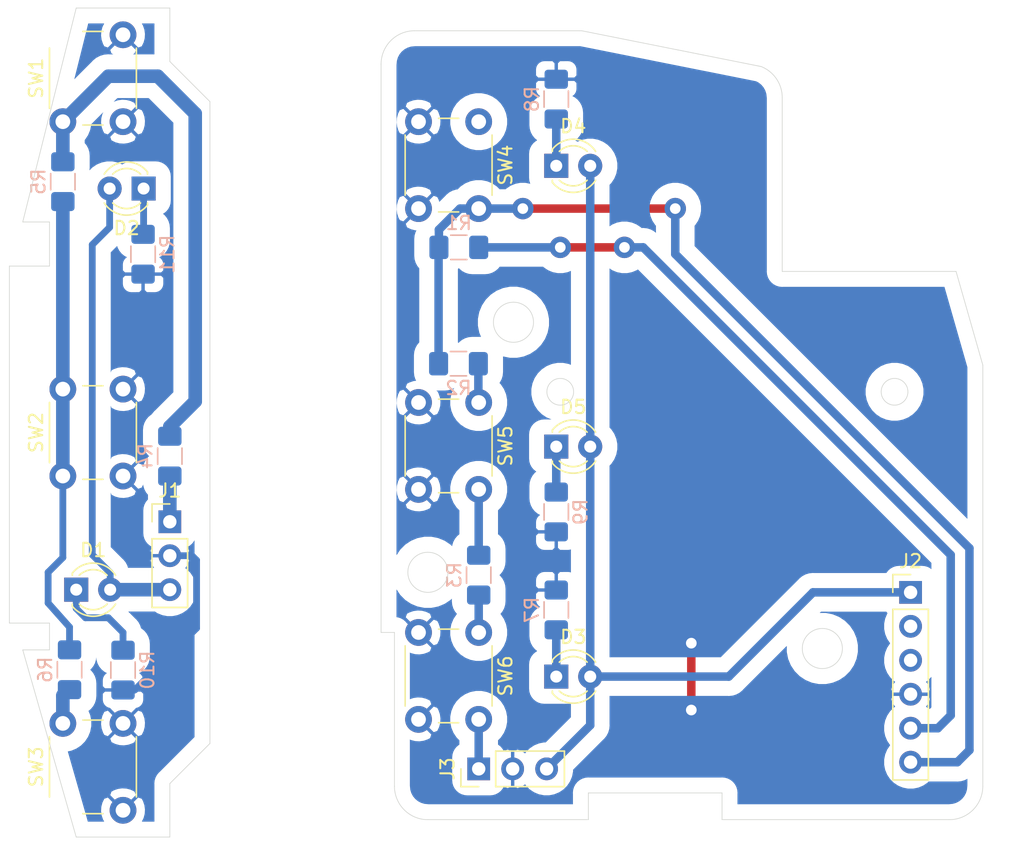
<source format=kicad_pcb>
(kicad_pcb (version 20221018) (generator pcbnew)
  (layers (0 "F.Cu" signal) (31 "B.Cu" signal) (34 "B.Paste" user) (35 "F.Paste" user) (36 "B.SilkS" user "B.Silkscreen") (37 "F.SilkS" user "F.Silkscreen") (38 "B.Mask" user) (39 "F.Mask" user) (44 "Edge.Cuts" user))
  (net 0 "")
  (net 1 "LIGHT_CONN")
  (net 2 "Net-(D1-Pad1)")
  (net 3 "Net-(D2-Pad1)")
  (net 4 "Net-(D3-Pad1)")
  (net 5 "Net-(D4-Pad1)")
  (net 6 "Net-(D5-Pad1)")
  (net 7 "GND")
  (net 8 "BTN_CONN")
  (net 9 "ANALOG_OUT")
  (net 10 "VCC")
  (net 11 "Net-(J2-Pad3)")
  (net 12 "Net-(J2-Pad2)")
  (net 13 "Net-(R2-Pad2)")
  (net 14 "Net-(R4-Pad1)")
  (net 15 "Net-(R5-Pad2)")
  (net 16 "Net-(R6-Pad2)")
  (footprint "LED_THT:LED_D3.0mm" (layer "F.Cu") (at 22.9 60.7)
    (fp_text reference "D1" (at 1.27 -2.96) (layer "F.SilkS"))
    (fp_text value "LED_Small")
    (fp_line (start -0.29 -1.236) (end -0.29 -1.08) (stroke (width 0.12)) (layer "F.SilkS"))
    (fp_line (start -0.29 1.08) (end -0.29 1.236) (stroke (width 0.12)) (layer "F.SilkS"))
    (fp_arc (start -0.29 -1.235516) (mid 1.366487 -1.987659) (end 2.942335 -1.078608) (stroke (width 0.12)) (layer "F.SilkS"))
    (fp_arc (start 0.229039 -1.08) (mid 1.270117 -1.5) (end 2.31113 -1.079837) (stroke (width 0.12)) (layer "F.SilkS"))
    (fp_arc (start 2.31113 1.079837) (mid 1.270117 1.5) (end 0.229039 1.08) (stroke (width 0.12)) (layer "F.SilkS"))
    (fp_arc (start 2.942335 1.078608) (mid 1.366487 1.987659) (end -0.29 1.235516) (stroke (width 0.12)) (layer "F.SilkS"))
    (pad "1" thru_hole rect (at 0 0) (size 1.8 1.8) (drill 0.9) (layers "*.Cu" "*.Mask") (net 2 "Net-(D1-Pad1)"))
    (pad "2" thru_hole circle (at 2.54 0) (size 1.8 1.8) (drill 0.9) (layers "*.Cu" "*.Mask") (net 1 "LIGHT_CONN"))
  )
  (footprint "LED_THT:LED_D3.0mm" (layer "F.Cu") (at 27.94 30.7 180)
    (fp_text reference "D2" (at 1.27 -2.96) (layer "F.SilkS"))
    (fp_text value "LED_Small")
    (fp_line (start -0.29 -1.236) (end -0.29 -1.08) (stroke (width 0.12)) (layer "F.SilkS"))
    (fp_line (start -0.29 1.08) (end -0.29 1.236) (stroke (width 0.12)) (layer "F.SilkS"))
    (fp_arc (start -0.29 -1.235516) (mid 1.366487 -1.987659) (end 2.942335 -1.078608) (stroke (width 0.12)) (layer "F.SilkS"))
    (fp_arc (start 0.229039 -1.08) (mid 1.270117 -1.5) (end 2.31113 -1.079837) (stroke (width 0.12)) (layer "F.SilkS"))
    (fp_arc (start 2.31113 1.079837) (mid 1.270117 1.5) (end 0.229039 1.08) (stroke (width 0.12)) (layer "F.SilkS"))
    (fp_arc (start 2.942335 1.078608) (mid 1.366487 1.987659) (end -0.29 1.235516) (stroke (width 0.12)) (layer "F.SilkS"))
    (pad "1" thru_hole rect (at 0 0 180) (size 1.8 1.8) (drill 0.9) (layers "*.Cu" "*.Mask") (net 3 "Net-(D2-Pad1)"))
    (pad "2" thru_hole circle (at 2.54 0 180) (size 1.8 1.8) (drill 0.9) (layers "*.Cu" "*.Mask") (net 1 "LIGHT_CONN"))
  )
  (footprint "LED_THT:LED_D3.0mm" (layer "F.Cu") (at 58.8 67.2)
    (fp_text reference "D3" (at 1.27 -2.96) (layer "F.SilkS"))
    (fp_text value "LED_Small")
    (fp_line (start -0.29 -1.236) (end -0.29 -1.08) (stroke (width 0.12)) (layer "F.SilkS"))
    (fp_line (start -0.29 1.08) (end -0.29 1.236) (stroke (width 0.12)) (layer "F.SilkS"))
    (fp_arc (start -0.29 -1.235516) (mid 1.366487 -1.987659) (end 2.942335 -1.078608) (stroke (width 0.12)) (layer "F.SilkS"))
    (fp_arc (start 0.229039 -1.08) (mid 1.270117 -1.5) (end 2.31113 -1.079837) (stroke (width 0.12)) (layer "F.SilkS"))
    (fp_arc (start 2.31113 1.079837) (mid 1.270117 1.5) (end 0.229039 1.08) (stroke (width 0.12)) (layer "F.SilkS"))
    (fp_arc (start 2.942335 1.078608) (mid 1.366487 1.987659) (end -0.29 1.235516) (stroke (width 0.12)) (layer "F.SilkS"))
    (pad "1" thru_hole rect (at 0 0) (size 1.8 1.8) (drill 0.9) (layers "*.Cu" "*.Mask") (net 4 "Net-(D3-Pad1)"))
    (pad "2" thru_hole circle (at 2.54 0) (size 1.8 1.8) (drill 0.9) (layers "*.Cu" "*.Mask") (net 1 "LIGHT_CONN"))
  )
  (footprint "LED_THT:LED_D3.0mm" (layer "F.Cu") (at 58.8 29)
    (fp_text reference "D4" (at 1.27 -2.96) (layer "F.SilkS"))
    (fp_text value "LED_Small")
    (fp_line (start -0.29 -1.236) (end -0.29 -1.08) (stroke (width 0.12)) (layer "F.SilkS"))
    (fp_line (start -0.29 1.08) (end -0.29 1.236) (stroke (width 0.12)) (layer "F.SilkS"))
    (fp_arc (start -0.29 -1.235516) (mid 1.366487 -1.987659) (end 2.942335 -1.078608) (stroke (width 0.12)) (layer "F.SilkS"))
    (fp_arc (start 0.229039 -1.08) (mid 1.270117 -1.5) (end 2.31113 -1.079837) (stroke (width 0.12)) (layer "F.SilkS"))
    (fp_arc (start 2.31113 1.079837) (mid 1.270117 1.5) (end 0.229039 1.08) (stroke (width 0.12)) (layer "F.SilkS"))
    (fp_arc (start 2.942335 1.078608) (mid 1.366487 1.987659) (end -0.29 1.235516) (stroke (width 0.12)) (layer "F.SilkS"))
    (pad "1" thru_hole rect (at 0 0) (size 1.8 1.8) (drill 0.9) (layers "*.Cu" "*.Mask") (net 5 "Net-(D4-Pad1)"))
    (pad "2" thru_hole circle (at 2.54 0) (size 1.8 1.8) (drill 0.9) (layers "*.Cu" "*.Mask") (net 1 "LIGHT_CONN"))
  )
  (footprint "LED_THT:LED_D3.0mm" (layer "F.Cu") (at 58.8 50)
    (fp_text reference "D5" (at 1.27 -2.96) (layer "F.SilkS"))
    (fp_text value "LED_Small")
    (fp_line (start -0.29 -1.236) (end -0.29 -1.08) (stroke (width 0.12)) (layer "F.SilkS"))
    (fp_line (start -0.29 1.08) (end -0.29 1.236) (stroke (width 0.12)) (layer "F.SilkS"))
    (fp_arc (start -0.29 -1.235516) (mid 1.366487 -1.987659) (end 2.942335 -1.078608) (stroke (width 0.12)) (layer "F.SilkS"))
    (fp_arc (start 0.229039 -1.08) (mid 1.270117 -1.5) (end 2.31113 -1.079837) (stroke (width 0.12)) (layer "F.SilkS"))
    (fp_arc (start 2.31113 1.079837) (mid 1.270117 1.5) (end 0.229039 1.08) (stroke (width 0.12)) (layer "F.SilkS"))
    (fp_arc (start 2.942335 1.078608) (mid 1.366487 1.987659) (end -0.29 1.235516) (stroke (width 0.12)) (layer "F.SilkS"))
    (pad "1" thru_hole rect (at 0 0) (size 1.8 1.8) (drill 0.9) (layers "*.Cu" "*.Mask") (net 6 "Net-(D5-Pad1)"))
    (pad "2" thru_hole circle (at 2.54 0) (size 1.8 1.8) (drill 0.9) (layers "*.Cu" "*.Mask") (net 1 "LIGHT_CONN"))
  )
  (footprint "Connector_PinHeader_2.54mm:PinHeader_1x03_P2.54mm_Vertical" (layer "F.Cu") (at 29.9 55.62)
    (fp_text reference "J1" (at 0 -2.33) (layer "F.SilkS"))
    (fp_text value "SIDE_PCB_IN")
    (fp_line (start -1.33 -1.33) (end 0 -1.33) (stroke (width 0.12)) (layer "F.SilkS"))
    (fp_line (start -1.33 0) (end -1.33 -1.33) (stroke (width 0.12)) (layer "F.SilkS"))
    (fp_line (start -1.33 1.27) (end -1.33 6.41) (stroke (width 0.12)) (layer "F.SilkS"))
    (fp_line (start -1.33 1.27) (end 1.33 1.27) (stroke (width 0.12)) (layer "F.SilkS"))
    (fp_line (start -1.33 6.41) (end 1.33 6.41) (stroke (width 0.12)) (layer "F.SilkS"))
    (fp_line (start 1.33 1.27) (end 1.33 6.41) (stroke (width 0.12)) (layer "F.SilkS"))
    (pad "1" thru_hole rect (at 0 0) (size 1.7 1.7) (drill 1) (layers "*.Cu" "*.Mask") (net 8 "BTN_CONN"))
    (pad "2" thru_hole oval (at 0 2.54) (size 1.7 1.7) (drill 1) (layers "*.Cu" "*.Mask") (net 7 "GND"))
    (pad "3" thru_hole oval (at 0 5.08) (size 1.7 1.7) (drill 1) (layers "*.Cu" "*.Mask") (net 1 "LIGHT_CONN"))
  )
  (footprint "Connector_PinHeader_2.54mm:PinHeader_1x03_P2.54mm_Vertical" (layer "F.Cu") (at 53 74.1 90)
    (fp_text reference "J3" (at 0 -2.33 90) (layer "F.SilkS"))
    (fp_text value "MAIN_PCB_OUT")
    (fp_line (start -1.33 -1.33) (end 0 -1.33) (stroke (width 0.12)) (layer "F.SilkS"))
    (fp_line (start -1.33 0) (end -1.33 -1.33) (stroke (width 0.12)) (layer "F.SilkS"))
    (fp_line (start -1.33 1.27) (end -1.33 6.41) (stroke (width 0.12)) (layer "F.SilkS"))
    (fp_line (start -1.33 1.27) (end 1.33 1.27) (stroke (width 0.12)) (layer "F.SilkS"))
    (fp_line (start -1.33 6.41) (end 1.33 6.41) (stroke (width 0.12)) (layer "F.SilkS"))
    (fp_line (start 1.33 1.27) (end 1.33 6.41) (stroke (width 0.12)) (layer "F.SilkS"))
    (pad "1" thru_hole rect (at 0 0 90) (size 1.7 1.7) (drill 1) (layers "*.Cu" "*.Mask") (net 8 "BTN_CONN"))
    (pad "2" thru_hole oval (at 0 2.54 90) (size 1.7 1.7) (drill 1) (layers "*.Cu" "*.Mask") (net 7 "GND"))
    (pad "3" thru_hole oval (at 0 5.08 90) (size 1.7 1.7) (drill 1) (layers "*.Cu" "*.Mask") (net 1 "LIGHT_CONN"))
  )
  (footprint "Button_Switch_THT:SW_PUSH_6mm" (layer "F.Cu") (at 21.9 25.7 90)
    (fp_text reference "SW1" (at 3.25 -2 90) (layer "F.SilkS"))
    (fp_text value "SELECT")
    (fp_line (start -0.25 1.5) (end -0.25 3) (stroke (width 0.12)) (layer "F.SilkS"))
    (fp_line (start 1 5.5) (end 5.5 5.5) (stroke (width 0.12)) (layer "F.SilkS"))
    (fp_line (start 5.5 -1) (end 1 -1) (stroke (width 0.12)) (layer "F.SilkS"))
    (fp_line (start 6.75 3) (end 6.75 1.5) (stroke (width 0.12)) (layer "F.SilkS"))
    (pad "1" thru_hole circle (at 0 0 180) (size 2 2) (drill 1.1) (layers "*.Cu" "*.Mask") (net 14 "Net-(R4-Pad1)"))
    (pad "2" thru_hole circle (at 0 4.5 180) (size 2 2) (drill 1.1) (layers "*.Cu" "*.Mask") (net 7 "GND"))
    (pad "2" thru_hole circle (at 6.5 4.5 180) (size 2 2) (drill 1.1) (layers "*.Cu" "*.Mask") (net 7 "GND"))
  )
  (footprint "Button_Switch_THT:SW_PUSH_6mm" (layer "F.Cu") (at 21.9 52.2 90)
    (fp_text reference "SW2" (at 3.25 -2 90) (layer "F.SilkS"))
    (fp_text value "UP")
    (fp_line (start -0.25 1.5) (end -0.25 3) (stroke (width 0.12)) (layer "F.SilkS"))
    (fp_line (start 1 5.5) (end 5.5 5.5) (stroke (width 0.12)) (layer "F.SilkS"))
    (fp_line (start 5.5 -1) (end 1 -1) (stroke (width 0.12)) (layer "F.SilkS"))
    (fp_line (start 6.75 3) (end 6.75 1.5) (stroke (width 0.12)) (layer "F.SilkS"))
    (pad "1" thru_hole circle (at 0 0 180) (size 2 2) (drill 1.1) (layers "*.Cu" "*.Mask") (net 15 "Net-(R5-Pad2)"))
    (pad "1" thru_hole circle (at 6.5 0 180) (size 2 2) (drill 1.1) (layers "*.Cu" "*.Mask") (net 15 "Net-(R5-Pad2)"))
    (pad "2" thru_hole circle (at 0 4.5 180) (size 2 2) (drill 1.1) (layers "*.Cu" "*.Mask") (net 7 "GND"))
    (pad "2" thru_hole circle (at 6.5 4.5 180) (size 2 2) (drill 1.1) (layers "*.Cu" "*.Mask") (net 7 "GND"))
  )
  (footprint "Button_Switch_THT:SW_PUSH_6mm" (layer "F.Cu") (at 53 25.7 -90)
    (fp_text reference "SW4" (at 3.25 -2 90) (layer "F.SilkS"))
    (fp_text value "ON/OFF")
    (fp_line (start -0.25 1.5) (end -0.25 3) (stroke (width 0.12)) (layer "F.SilkS"))
    (fp_line (start 1 5.5) (end 5.5 5.5) (stroke (width 0.12)) (layer "F.SilkS"))
    (fp_line (start 5.5 -1) (end 1 -1) (stroke (width 0.12)) (layer "F.SilkS"))
    (fp_line (start 6.75 3) (end 6.75 1.5) (stroke (width 0.12)) (layer "F.SilkS"))
    (pad "1" thru_hole circle (at 0 0) (size 2 2) (drill 1.1) (layers "*.Cu" "*.Mask") (net 9 "ANALOG_OUT"))
    (pad "1" thru_hole circle (at 6.5 0) (size 2 2) (drill 1.1) (layers "*.Cu" "*.Mask") (net 9 "ANALOG_OUT"))
    (pad "2" thru_hole circle (at 0 4.5) (size 2 2) (drill 1.1) (layers "*.Cu" "*.Mask") (net 7 "GND"))
    (pad "2" thru_hole circle (at 6.5 4.5) (size 2 2) (drill 1.1) (layers "*.Cu" "*.Mask") (net 7 "GND"))
  )
  (footprint "Button_Switch_THT:SW_PUSH_6mm" (layer "F.Cu") (at 53 46.7 -90)
    (fp_text reference "SW5" (at 3.25 -2 90) (layer "F.SilkS"))
    (fp_text value "VOL-")
    (fp_line (start -0.25 1.5) (end -0.25 3) (stroke (width 0.12)) (layer "F.SilkS"))
    (fp_line (start 1 5.5) (end 5.5 5.5) (stroke (width 0.12)) (layer "F.SilkS"))
    (fp_line (start 5.5 -1) (end 1 -1) (stroke (width 0.12)) (layer "F.SilkS"))
    (fp_line (start 6.75 3) (end 6.75 1.5) (stroke (width 0.12)) (layer "F.SilkS"))
    (pad "1" thru_hole circle (at 0 0) (size 2 2) (drill 1.1) (layers "*.Cu" "*.Mask") (net 13 "Net-(R2-Pad2)"))
    (pad "1" thru_hole circle (at 6.5 0) (size 2 2) (drill 1.1) (layers "*.Cu" "*.Mask") (net 13 "Net-(R2-Pad2)"))
    (pad "2" thru_hole circle (at 0 4.5) (size 2 2) (drill 1.1) (layers "*.Cu" "*.Mask") (net 7 "GND"))
    (pad "2" thru_hole circle (at 6.5 4.5) (size 2 2) (drill 1.1) (layers "*.Cu" "*.Mask") (net 7 "GND"))
  )
  (footprint "Button_Switch_THT:SW_PUSH_6mm" (layer "F.Cu") (at 53 63.9 -90)
    (fp_text reference "SW6" (at 3.25 -2 90) (layer "F.SilkS"))
    (fp_text value "VOL+")
    (fp_line (start -0.25 1.5) (end -0.25 3) (stroke (width 0.12)) (layer "F.SilkS"))
    (fp_line (start 1 5.5) (end 5.5 5.5) (stroke (width 0.12)) (layer "F.SilkS"))
    (fp_line (start 5.5 -1) (end 1 -1) (stroke (width 0.12)) (layer "F.SilkS"))
    (fp_line (start 6.75 3) (end 6.75 1.5) (stroke (width 0.12)) (layer "F.SilkS"))
    (pad "1" thru_hole circle (at 0 0) (size 2 2) (drill 1.1) (layers "*.Cu" "*.Mask") (net 8 "BTN_CONN"))
    (pad "1" thru_hole circle (at 6.5 0) (size 2 2) (drill 1.1) (layers "*.Cu" "*.Mask") (net 8 "BTN_CONN"))
    (pad "2" thru_hole circle (at 0 4.5) (size 2 2) (drill 1.1) (layers "*.Cu" "*.Mask") (net 7 "GND"))
    (pad "2" thru_hole circle (at 6.5 4.5) (size 2 2) (drill 1.1) (layers "*.Cu" "*.Mask") (net 7 "GND"))
  )
  (footprint "Button_Switch_THT:SW_PUSH_6mm" (layer "F.Cu") (at 21.9 77.2 90)
    (fp_text reference "SW3" (at 3.25 -2 90) (layer "F.SilkS"))
    (fp_text value "DOWN")
    (fp_line (start -0.25 1.5) (end -0.25 3) (stroke (width 0.12)) (layer "F.SilkS"))
    (fp_line (start 1 5.5) (end 5.5 5.5) (stroke (width 0.12)) (layer "F.SilkS"))
    (fp_line (start 5.5 -1) (end 1 -1) (stroke (width 0.12)) (layer "F.SilkS"))
    (fp_line (start 6.75 3) (end 6.75 1.5) (stroke (width 0.12)) (layer "F.SilkS"))
    (pad "1" thru_hole circle (at 6.5 0 180) (size 2 2) (drill 1.1) (layers "*.Cu" "*.Mask") (net 16 "Net-(R6-Pad2)"))
    (pad "2" thru_hole circle (at 0 4.5 180) (size 2 2) (drill 1.1) (layers "*.Cu" "*.Mask") (net 7 "GND"))
    (pad "2" thru_hole circle (at 6.5 4.5 180) (size 2 2) (drill 1.1) (layers "*.Cu" "*.Mask") (net 7 "GND"))
  )
  (footprint "Connector_PinHeader_2.54mm:PinHeader_1x06_P2.54mm_Vertical" (layer "F.Cu") (at 85.3 60.9)
    (fp_text reference "J2" (at 0 -2.33) (layer "F.SilkS"))
    (fp_text value "INPUT")
    (fp_line (start -1.33 -1.33) (end 0 -1.33) (stroke (width 0.12)) (layer "F.SilkS"))
    (fp_line (start -1.33 0) (end -1.33 -1.33) (stroke (width 0.12)) (layer "F.SilkS"))
    (fp_line (start -1.33 1.27) (end -1.33 14.03) (stroke (width 0.12)) (layer "F.SilkS"))
    (fp_line (start -1.33 1.27) (end 1.33 1.27) (stroke (width 0.12)) (layer "F.SilkS"))
    (fp_line (start -1.33 14.03) (end 1.33 14.03) (stroke (width 0.12)) (layer "F.SilkS"))
    (fp_line (start 1.33 1.27) (end 1.33 14.03) (stroke (width 0.12)) (layer "F.SilkS"))
    (pad "1" thru_hole rect (at 0 0) (size 1.7 1.7) (drill 1) (layers "*.Cu" "*.Mask") (net 1 "LIGHT_CONN"))
    (pad "2" thru_hole oval (at 0 2.54) (size 1.7 1.7) (drill 1) (layers "*.Cu" "*.Mask") (net 12 "Net-(J2-Pad2)"))
    (pad "3" thru_hole oval (at 0 5.08) (size 1.7 1.7) (drill 1) (layers "*.Cu" "*.Mask") (net 11 "Net-(J2-Pad3)"))
    (pad "4" thru_hole oval (at 0 7.62) (size 1.7 1.7) (drill 1) (layers "*.Cu" "*.Mask") (net 7 "GND"))
    (pad "5" thru_hole oval (at 0 10.16) (size 1.7 1.7) (drill 1) (layers "*.Cu" "*.Mask") (net 10 "VCC"))
    (pad "6" thru_hole oval (at 0 12.7) (size 1.7 1.7) (drill 1) (layers "*.Cu" "*.Mask") (net 9 "ANALOG_OUT"))
  )
  (footprint "Resistor_SMD:R_1206_3216Metric_Pad1.42x1.75mm_HandSolder" (layer "B.Cu") (at 51.5125 35.1 180)
    (fp_text reference "R1" (at 0 1.82) (layer "B.SilkS") (effects (justify mirror)))
    (fp_text value "1k")
    (fp_line (start -0.602064 -0.91) (end 0.602064 -0.91) (stroke (width 0.12)) (layer "B.SilkS"))
    (fp_line (start -0.602064 0.91) (end 0.602064 0.91) (stroke (width 0.12)) (layer "B.SilkS"))
    (pad "1" smd roundrect (at -1.4875 0 180) (size 1.425 1.75) (layers "B.Cu" "B.Paste" "B.Mask") (roundrect_rratio 0.175439) (net 10 "VCC"))
    (pad "2" smd roundrect (at 1.4875 0 180) (size 1.425 1.75) (layers "B.Cu" "B.Paste" "B.Mask") (roundrect_rratio 0.175439) (net 9 "ANALOG_OUT"))
  )
  (footprint "Resistor_SMD:R_1206_3216Metric_Pad1.42x1.75mm_HandSolder" (layer "B.Cu") (at 51.4875 43.8)
    (fp_text reference "R2" (at 0 1.82) (layer "B.SilkS") (effects (justify mirror)))
    (fp_text value "220")
    (fp_line (start -0.602064 -0.91) (end 0.602064 -0.91) (stroke (width 0.12)) (layer "B.SilkS"))
    (fp_line (start -0.602064 0.91) (end 0.602064 0.91) (stroke (width 0.12)) (layer "B.SilkS"))
    (pad "1" smd roundrect (at -1.4875 0) (size 1.425 1.75) (layers "B.Cu" "B.Paste" "B.Mask") (roundrect_rratio 0.175439) (net 9 "ANALOG_OUT"))
    (pad "2" smd roundrect (at 1.4875 0) (size 1.425 1.75) (layers "B.Cu" "B.Paste" "B.Mask") (roundrect_rratio 0.175439) (net 13 "Net-(R2-Pad2)"))
  )
  (footprint "Resistor_SMD:R_1206_3216Metric_Pad1.42x1.75mm_HandSolder" (layer "B.Cu") (at 53 59.6125 -90)
    (fp_text reference "R3" (at 0 1.82 90) (layer "B.SilkS") (effects (justify mirror)))
    (fp_text value "330")
    (fp_line (start -0.602064 -0.91) (end 0.602064 -0.91) (stroke (width 0.12)) (layer "B.SilkS"))
    (fp_line (start -0.602064 0.91) (end 0.602064 0.91) (stroke (width 0.12)) (layer "B.SilkS"))
    (pad "1" smd roundrect (at -1.4875 0 270) (size 1.425 1.75) (layers "B.Cu" "B.Paste" "B.Mask") (roundrect_rratio 0.175439) (net 13 "Net-(R2-Pad2)"))
    (pad "2" smd roundrect (at 1.4875 0 270) (size 1.425 1.75) (layers "B.Cu" "B.Paste" "B.Mask") (roundrect_rratio 0.175439) (net 8 "BTN_CONN"))
  )
  (footprint "Resistor_SMD:R_1206_3216Metric_Pad1.42x1.75mm_HandSolder" (layer "B.Cu") (at 21.9 30.1875 -90)
    (fp_text reference "R5" (at 0 1.82 90) (layer "B.SilkS") (effects (justify mirror)))
    (fp_text value "1k")
    (fp_line (start -0.602064 -0.91) (end 0.602064 -0.91) (stroke (width 0.12)) (layer "B.SilkS"))
    (fp_line (start -0.602064 0.91) (end 0.602064 0.91) (stroke (width 0.12)) (layer "B.SilkS"))
    (pad "1" smd roundrect (at -1.4875 0 270) (size 1.425 1.75) (layers "B.Cu" "B.Paste" "B.Mask") (roundrect_rratio 0.175439) (net 14 "Net-(R4-Pad1)"))
    (pad "2" smd roundrect (at 1.4875 0 270) (size 1.425 1.75) (layers "B.Cu" "B.Paste" "B.Mask") (roundrect_rratio 0.175439) (net 15 "Net-(R5-Pad2)"))
  )
  (footprint "Resistor_SMD:R_1206_3216Metric_Pad1.42x1.75mm_HandSolder" (layer "B.Cu") (at 22.4 66.6875 -90)
    (fp_text reference "R6" (at 0 1.82 90) (layer "B.SilkS") (effects (justify mirror)))
    (fp_text value "1k5")
    (fp_line (start -0.602064 -0.91) (end 0.602064 -0.91) (stroke (width 0.12)) (layer "B.SilkS"))
    (fp_line (start -0.602064 0.91) (end 0.602064 0.91) (stroke (width 0.12)) (layer "B.SilkS"))
    (pad "1" smd roundrect (at -1.4875 0 270) (size 1.425 1.75) (layers "B.Cu" "B.Paste" "B.Mask") (roundrect_rratio 0.175439) (net 15 "Net-(R5-Pad2)"))
    (pad "2" smd roundrect (at 1.4875 0 270) (size 1.425 1.75) (layers "B.Cu" "B.Paste" "B.Mask") (roundrect_rratio 0.175439) (net 16 "Net-(R6-Pad2)"))
  )
  (footprint "Resistor_SMD:R_1206_3216Metric_Pad1.42x1.75mm_HandSolder" (layer "B.Cu") (at 58.8 62.2125 -90)
    (fp_text reference "R7" (at 0 1.82 90) (layer "B.SilkS") (effects (justify mirror)))
    (fp_text value "470")
    (fp_line (start -0.602064 -0.91) (end 0.602064 -0.91) (stroke (width 0.12)) (layer "B.SilkS"))
    (fp_line (start -0.602064 0.91) (end 0.602064 0.91) (stroke (width 0.12)) (layer "B.SilkS"))
    (pad "1" smd roundrect (at -1.4875 0 270) (size 1.425 1.75) (layers "B.Cu" "B.Paste" "B.Mask") (roundrect_rratio 0.175439) (net 7 "GND"))
    (pad "2" smd roundrect (at 1.4875 0 270) (size 1.425 1.75) (layers "B.Cu" "B.Paste" "B.Mask") (roundrect_rratio 0.175439) (net 4 "Net-(D3-Pad1)"))
  )
  (footprint "Resistor_SMD:R_1206_3216Metric_Pad1.42x1.75mm_HandSolder" (layer "B.Cu") (at 58.8 24.0125 -90)
    (fp_text reference "R8" (at 0 1.82 90) (layer "B.SilkS") (effects (justify mirror)))
    (fp_text value "470")
    (fp_line (start -0.602064 -0.91) (end 0.602064 -0.91) (stroke (width 0.12)) (layer "B.SilkS"))
    (fp_line (start -0.602064 0.91) (end 0.602064 0.91) (stroke (width 0.12)) (layer "B.SilkS"))
    (pad "1" smd roundrect (at -1.4875 0 270) (size 1.425 1.75) (layers "B.Cu" "B.Paste" "B.Mask") (roundrect_rratio 0.175439) (net 7 "GND"))
    (pad "2" smd roundrect (at 1.4875 0 270) (size 1.425 1.75) (layers "B.Cu" "B.Paste" "B.Mask") (roundrect_rratio 0.175439) (net 5 "Net-(D4-Pad1)"))
  )
  (footprint "Resistor_SMD:R_1206_3216Metric_Pad1.42x1.75mm_HandSolder" (layer "B.Cu") (at 58.8 54.8875 90)
    (fp_text reference "R9" (at 0 1.82 90) (layer "B.SilkS") (effects (justify mirror)))
    (fp_text value "470")
    (fp_line (start -0.602064 -0.91) (end 0.602064 -0.91) (stroke (width 0.12)) (layer "B.SilkS"))
    (fp_line (start -0.602064 0.91) (end 0.602064 0.91) (stroke (width 0.12)) (layer "B.SilkS"))
    (pad "1" smd roundrect (at -1.4875 0 90) (size 1.425 1.75) (layers "B.Cu" "B.Paste" "B.Mask") (roundrect_rratio 0.175439) (net 7 "GND"))
    (pad "2" smd roundrect (at 1.4875 0 90) (size 1.425 1.75) (layers "B.Cu" "B.Paste" "B.Mask") (roundrect_rratio 0.175439) (net 6 "Net-(D5-Pad1)"))
  )
  (footprint "Resistor_SMD:R_1206_3216Metric_Pad1.42x1.75mm_HandSolder" (layer "B.Cu") (at 26.4 66.7125 90)
    (fp_text reference "R10" (at 0 1.82 270) (layer "B.SilkS") (effects (justify mirror)))
    (fp_text value "470")
    (fp_line (start -0.602064 -0.91) (end 0.602064 -0.91) (stroke (width 0.12)) (layer "B.SilkS"))
    (fp_line (start -0.602064 0.91) (end 0.602064 0.91) (stroke (width 0.12)) (layer "B.SilkS"))
    (pad "1" smd roundrect (at -1.4875 0 90) (size 1.425 1.75) (layers "B.Cu" "B.Paste" "B.Mask") (roundrect_rratio 0.175439) (net 7 "GND"))
    (pad "2" smd roundrect (at 1.4875 0 90) (size 1.425 1.75) (layers "B.Cu" "B.Paste" "B.Mask") (roundrect_rratio 0.175439) (net 2 "Net-(D1-Pad1)"))
  )
  (footprint "Resistor_SMD:R_1206_3216Metric_Pad1.42x1.75mm_HandSolder" (layer "B.Cu") (at 27.9 35.6125 90)
    (fp_text reference "R11" (at 0 1.82 90) (layer "B.SilkS") (effects (justify mirror)))
    (fp_text value "470")
    (fp_line (start -0.602064 -0.91) (end 0.602064 -0.91) (stroke (width 0.12)) (layer "B.SilkS"))
    (fp_line (start -0.602064 0.91) (end 0.602064 0.91) (stroke (width 0.12)) (layer "B.SilkS"))
    (pad "1" smd roundrect (at -1.4875 0 90) (size 1.425 1.75) (layers "B.Cu" "B.Paste" "B.Mask") (roundrect_rratio 0.175439) (net 7 "GND"))
    (pad "2" smd roundrect (at 1.4875 0 90) (size 1.425 1.75) (layers "B.Cu" "B.Paste" "B.Mask") (roundrect_rratio 0.175439) (net 3 "Net-(D2-Pad1)"))
  )
  (footprint "Resistor_SMD:R_1206_3216Metric_Pad1.42x1.75mm_HandSolder" (layer "B.Cu") (at 29.9 50.7125 -90)
    (fp_text reference "R4" (at 0 1.82 90) (layer "B.SilkS") (effects (justify mirror)))
    (fp_text value "470")
    (fp_line (start -0.602064 -0.91) (end 0.602064 -0.91) (stroke (width 0.12)) (layer "B.SilkS"))
    (fp_line (start -0.602064 0.91) (end 0.602064 0.91) (stroke (width 0.12)) (layer "B.SilkS"))
    (pad "1" smd roundrect (at -1.4875 0 270) (size 1.425 1.75) (layers "B.Cu" "B.Paste" "B.Mask") (roundrect_rratio 0.175439) (net 14 "Net-(R4-Pad1)"))
    (pad "2" smd roundrect (at 1.4875 0 270) (size 1.425 1.75) (layers "B.Cu" "B.Paste" "B.Mask") (roundrect_rratio 0.175439) (net 8 "BTN_CONN"))
  )
  (gr_line (start 20.9 63.2) (end 17.9 63.2) (stroke (width 0.05)) (layer "Edge.Cuts"))
  (gr_line (start 29.9 79.2) (end 22.9 79.2) (stroke (width 0.05)) (layer "Edge.Cuts"))
  (gr_line (start 20.9 36.5) (end 17.9 36.5) (stroke (width 0.05)) (layer "Edge.Cuts"))
  (gr_line (start 17.9 36.5) (end 17.9 63.2) (stroke (width 0.05)) (layer "Edge.Cuts"))
  (gr_line (start 29.9 17.2) (end 22.9 17.2) (stroke (width 0.05)) (layer "Edge.Cuts"))
  (gr_line (start 32.9 72.2) (end 32.9 24.2) (stroke (width 0.05)) (layer "Edge.Cuts"))
  (gr_line (start 88.7 36.9) (end 75.7 36.9) (stroke (width 0.05)) (layer "Edge.Cuts"))
  (gr_line (start 90.7 43.9) (end 90.7 75.4) (stroke (width 0.05)) (layer "Edge.Cuts"))
  (gr_line (start 48.2 18.9) (end 60.7 18.9) (stroke (width 0.05)) (layer "Edge.Cuts"))
  (gr_line (start 75.7 23.9) (end 75.7 36.9) (stroke (width 0.05)) (layer "Edge.Cuts"))
  (gr_line (start 61.2 77.9) (end 49.2 77.9) (stroke (width 0.05)) (layer "Edge.Cuts"))
  (gr_line (start 71.2 77.9) (end 88.2 77.9) (stroke (width 0.05)) (layer "Edge.Cuts"))
  (gr_line (start 29.9 75.2) (end 32.9 72.2) (stroke (width 0.05)) (layer "Edge.Cuts"))
  (gr_line (start 90.7 43.9) (end 88.7 36.9) (stroke (width 0.05)) (layer "Edge.Cuts"))
  (gr_circle (center 49.2 59.4) (end 50.7 59.4) (stroke (width 0.05)) (fill none) (layer "Edge.Cuts"))
  (gr_line (start 71.2 75.9) (end 71.2 77.9) (stroke (width 0.05)) (layer "Edge.Cuts"))
  (gr_arc (start 49.2 77.9) (mid 47.432233 77.167767) (end 46.7 75.4) (stroke (width 0.05)) (layer "Edge.Cuts"))
  (gr_line (start 61.2 77.9) (end 61.2 75.9) (stroke (width 0.05)) (layer "Edge.Cuts"))
  (gr_arc (start 90.7 75.4) (mid 89.967767 77.167767) (end 88.2 77.9) (stroke (width 0.05)) (layer "Edge.Cuts"))
  (gr_circle (center 55.6 40.7) (end 57.1 40.7) (stroke (width 0.05)) (fill none) (layer "Edge.Cuts"))
  (gr_line (start 46.7 75.4) (end 46.7 63.9) (stroke (width 0.05)) (layer "Edge.Cuts"))
  (gr_line (start 18.9 33.2) (end 20.9 33.2) (stroke (width 0.05)) (layer "Edge.Cuts"))
  (gr_line (start 20.9 65.2) (end 20.9 63.2) (stroke (width 0.05)) (layer "Edge.Cuts"))
  (gr_line (start 61.2 75.9) (end 71.2 75.9) (stroke (width 0.05)) (layer "Edge.Cuts"))
  (gr_line (start 45.7 21.4) (end 45.7 63.9) (stroke (width 0.05)) (layer "Edge.Cuts"))
  (gr_arc (start 45.7 21.4) (mid 46.432233 19.632233) (end 48.2 18.9) (stroke (width 0.05)) (layer "Edge.Cuts"))
  (gr_line (start 22.9 79.2) (end 18.9 65.2) (stroke (width 0.05)) (layer "Edge.Cuts"))
  (gr_line (start 60.7 18.9) (end 74.128477 21.578808) (stroke (width 0.05)) (layer "Edge.Cuts"))
  (gr_circle (center 78.7 65.1) (end 80.2 65.1) (stroke (width 0.05)) (fill none) (layer "Edge.Cuts"))
  (gr_circle (center 84.1 45.9) (end 85.1 45.9) (stroke (width 0.05)) (fill none) (layer "Edge.Cuts"))
  (gr_line (start 29.9 17.2) (end 29.9 21.2) (stroke (width 0.05)) (layer "Edge.Cuts"))
  (gr_circle (center 59.1 45.9) (end 60.1 45.9) (stroke (width 0.05)) (fill none) (layer "Edge.Cuts"))
  (gr_line (start 20.9 33.2) (end 20.9 36.5) (stroke (width 0.05)) (layer "Edge.Cuts"))
  (gr_line (start 46.7 63.9) (end 45.7 63.9) (stroke (width 0.05)) (layer "Edge.Cuts"))
  (gr_line (start 29.9 21.2) (end 32.9 24.2) (stroke (width 0.05)) (layer "Edge.Cuts"))
  (gr_line (start 18.9 65.2) (end 20.9 65.2) (stroke (width 0.05)) (layer "Edge.Cuts"))
  (gr_line (start 29.9 79.2) (end 29.9 75.2) (stroke (width 0.05)) (layer "Edge.Cuts"))
  (gr_line (start 22.9 17.2) (end 18.9 33.2) (stroke (width 0.05)) (layer "Edge.Cuts"))
  (gr_arc (start 74.128477 21.578808) (mid 75.270168 22.498428) (end 75.7 23.9) (stroke (width 0.05)) (layer "Edge.Cuts"))
  (segment (start 61.34 30.272792) (end 61.34 50) (width 0.635) (layer "B.Cu") (net 1))
  (segment (start 61.34 50) (end 61.34 67.2) (width 0.635) (layer "B.Cu") (net 1))
  (segment (start 61.34 29) (end 61.34 30.272792) (width 0.635) (layer "B.Cu") (net 1))
  (segment (start 24.1 34.9) (end 25.4 33.6) (width 0.508) (layer "B.Cu") (net 1))
  (segment (start 25.44 60.7) (end 29.9 60.7) (width 1.016) (layer "B.Cu") (net 1))
  (segment (start 25.4 33.6) (end 25.4 30.7) (width 0.508) (layer "B.Cu") (net 1))
  (segment (start 24.1 58.087208) (end 24.1 34.9) (width 0.508) (layer "B.Cu") (net 1))
  (segment (start 85.3 60.9) (end 78 60.9) (width 0.635) (layer "B.Cu") (net 1))
  (segment (start 71.7 67.2) (end 61.34 67.2) (width 0.635) (layer "B.Cu") (net 1))
  (segment (start 61.34 67.2) (end 61.34 70.84) (width 0.635) (layer "B.Cu") (net 1))
  (segment (start 25.44 59.427208) (end 24.1 58.087208) (width 0.508) (layer "B.Cu") (net 1))
  (segment (start 61.34 70.84) (end 58.08 74.1) (width 0.635) (layer "B.Cu") (net 1))
  (segment (start 78 60.9) (end 71.7 67.2) (width 0.635) (layer "B.Cu") (net 1))
  (segment (start 25.44 60.7) (end 25.44 59.427208) (width 0.508) (layer "B.Cu") (net 1))
  (segment (start 26.4 63.9) (end 26.4 65.225) (width 0.508) (layer "B.Cu") (net 2))
  (segment (start 25.3 62.8) (end 26.4 63.9) (width 0.508) (layer "B.Cu") (net 2))
  (segment (start 23.592 62.8) (end 25.3 62.8) (width 0.508) (layer "B.Cu") (net 2))
  (segment (start 22.9 62.108) (end 23.592 62.8) (width 0.508) (layer "B.Cu") (net 2))
  (segment (start 22.9 60.7) (end 22.9 62.108) (width 0.508) (layer "B.Cu") (net 2))
  (segment (start 27.94 30.7) (end 27.94 34.085) (width 0.508) (layer "B.Cu") (net 3))
  (segment (start 27.94 34.085) (end 27.9 34.125) (width 0.508) (layer "B.Cu") (net 3))
  (segment (start 58.8 63.7) (end 58.8 67.2) (width 0.635) (layer "B.Cu") (net 4))
  (segment (start 58.8 29) (end 58.8 25.5) (width 0.635) (layer "B.Cu") (net 5))
  (segment (start 58.8 50) (end 58.8 53.4) (width 0.635) (layer "B.Cu") (net 6))
  (segment (start 68.9 64.7) (end 68.9 69.7) (width 0.635) (layer "F.Cu") (net 7))
  (via (at 68.9 64.7) (size 1.6) (drill 0.8) (layers "F.Cu" "B.Cu") (net 7))
  (via (at 68.9 69.7) (size 1.6) (drill 0.8) (layers "F.Cu" "B.Cu") (net 7))
  (segment (start 31.56 58.16) (end 31.9 58.5) (width 0.508) (layer "B.Cu") (net 7))
  (segment (start 31.9 63.575) (end 27.275 68.2) (width 0.508) (layer "B.Cu") (net 7))
  (segment (start 31.9 58.5) (end 31.9 63.575) (width 0.508) (layer "B.Cu") (net 7))
  (segment (start 27.275 68.2) (end 26.4 68.2) (width 0.508) (layer "B.Cu") (net 7))
  (segment (start 29.9 58.16) (end 31.56 58.16) (width 0.508) (layer "B.Cu") (net 7))
  (segment (start 53 63.9) (end 53 61.1) (width 0.635) (layer "B.Cu") (net 8))
  (segment (start 53 70.4) (end 53 74.1) (width 0.635) (layer "B.Cu") (net 8))
  (segment (start 29.9 55.62) (end 29.9 52.2) (width 1.016) (layer "B.Cu") (net 8))
  (segment (start 67.7 32.2) (end 56.3 32.2) (width 0.635) (layer "F.Cu") (net 9))
  (via (at 67.7 32.2) (size 1.6) (drill 0.8) (layers "F.Cu" "B.Cu") (net 9))
  (via (at 56.3 32.2) (size 1.6) (drill 0.8) (layers "F.Cu" "B.Cu") (net 9))
  (segment (start 67.7 32.2) (end 67.7 32.2) (width 0.635) (layer "B.Cu") (net 9))
  (segment (start 53 32.2) (end 51.6 32.2) (width 0.635) (layer "B.Cu") (net 9))
  (segment (start 85.3 73.6) (end 88.8 73.6) (width 0.635) (layer "B.Cu") (net 9))
  (segment (start 88.8 73.6) (end 89.7 72.7) (width 0.635) (layer "B.Cu") (net 9))
  (segment (start 50.025 33.775) (end 50.025 35.1) (width 0.635) (layer "B.Cu") (net 9))
  (segment (start 50 35.125) (end 50.025 35.1) (width 0.635) (layer "B.Cu") (net 9))
  (segment (start 50 43.8) (end 50 35.125) (width 0.635) (layer "B.Cu") (net 9))
  (segment (start 53 32.2) (end 56.3 32.2) (width 0.635) (layer "B.Cu") (net 9))
  (segment (start 67.7 35.6) (end 67.7 32.2) (width 0.635) (layer "B.Cu") (net 9))
  (segment (start 51.6 32.2) (end 50.025 33.775) (width 0.635) (layer "B.Cu") (net 9))
  (segment (start 89.7 72.7) (end 89.7 57.6) (width 0.635) (layer "B.Cu") (net 9))
  (segment (start 89.7 57.6) (end 67.7 35.6) (width 0.635) (layer "B.Cu") (net 9))
  (segment (start 59.1 35.1) (end 63.9 35.1) (width 0.635) (layer "F.Cu") (net 10))
  (via (at 59.1 35.1) (size 1.6) (drill 0.8) (layers "F.Cu" "B.Cu") (net 10))
  (via (at 63.9 35.1) (size 1.6) (drill 0.8) (layers "F.Cu" "B.Cu") (net 10))
  (segment (start 63.9 35.1) (end 63.9 35.1) (width 0.635) (layer "B.Cu") (net 10))
  (segment (start 87.34 71.06) (end 85.3 71.06) (width 0.635) (layer "B.Cu") (net 10))
  (segment (start 65.3 35.1) (end 88.3 58.1) (width 0.635) (layer "B.Cu") (net 10))
  (segment (start 88.3 70.1) (end 87.34 71.06) (width 0.635) (layer "B.Cu") (net 10))
  (segment (start 88.3 58.1) (end 88.3 70.1) (width 0.635) (layer "B.Cu") (net 10))
  (segment (start 63.9 35.1) (end 65.3 35.1) (width 0.635) (layer "B.Cu") (net 10))
  (segment (start 59.1 35.1) (end 53 35.1) (width 0.635) (layer "B.Cu") (net 10))
  (segment (start 52.975 46.675) (end 53 46.7) (width 0.635) (layer "B.Cu") (net 13))
  (segment (start 53 53.2) (end 53 58.125) (width 0.635) (layer "B.Cu") (net 13))
  (segment (start 52.975 43.8) (end 52.975 46.675) (width 0.635) (layer "B.Cu") (net 13))
  (segment (start 29.9 48.5125) (end 31.8 46.6125) (width 1.016) (layer "B.Cu") (net 14))
  (segment (start 25.3 22.3) (end 21.9 25.7) (width 1.016) (layer "B.Cu") (net 14))
  (segment (start 31.8 25.1) (end 29 22.3) (width 1.016) (layer "B.Cu") (net 14))
  (segment (start 31.8 46.6125) (end 31.8 25.1) (width 1.016) (layer "B.Cu") (net 14))
  (segment (start 29 22.3) (end 25.3 22.3) (width 1.016) (layer "B.Cu") (net 14))
  (segment (start 21.9 25.7) (end 21.9 28.7) (width 1.016) (layer "B.Cu") (net 14))
  (segment (start 29.9 49.225) (end 29.9 48.5125) (width 1.016) (layer "B.Cu") (net 14))
  (segment (start 21.9 58.3) (end 20.8 59.4) (width 0.508) (layer "B.Cu") (net 15))
  (segment (start 21.9 52.2) (end 21.9 58.3) (width 0.508) (layer "B.Cu") (net 15))
  (segment (start 21.9 45.7) (end 21.9 31.675) (width 1.016) (layer "B.Cu") (net 15))
  (segment (start 22.4 65.2) (end 22.4 63.5) (width 0.508) (layer "B.Cu") (net 15))
  (segment (start 22.4 63.5) (end 20.8 61.7) (width 0.508) (layer "B.Cu") (net 15))
  (segment (start 21.9 52.2) (end 21.9 45.7) (width 1.016) (layer "B.Cu") (net 15))
  (segment (start 20.8 59.4) (end 20.8 61.7) (width 0.508) (layer "B.Cu") (net 15))
  (segment (start 22.4 68.175) (end 22.325 68.175) (width 1.016) (layer "B.Cu") (net 16))
  (segment (start 21.9 68.6) (end 21.9 70.7) (width 0.508) (layer "B.Cu") (net 16))
  (segment (start 21.9 70.7) (end 21.9 68.675) (width 1.016) (layer "B.Cu") (net 16))
  (segment (start 21.9 68.675) (end 22.4 68.175) (width 1.016) (layer "B.Cu") (net 16))
  (segment (start 22.325 68.175) (end 21.9 68.6) (width 1.016) (layer "B.Cu") (net 16))
  (zone (net 7) (net_name "GND") (layer "B.Cu") (connect_pads (clearance 1)) (min_thickness 0.254) (fill yes (thermal_gap 0.508) (thermal_bridge_width 0.508))
    (polygon (pts (xy 93.8 79.6) (xy 44 79.6) (xy 44 17.3) (xy 93.8 17.3)))
  )
  (zone (net 7) (net_name "GND") (layer "B.Cu") (connect_pads (clearance 1)) (min_thickness 0.254) (fill yes (thermal_gap 0.508) (thermal_bridge_width 0.508))
    (polygon (pts (xy 33.7 16.6) (xy 33.9 79.8) (xy 17.3 79.8) (xy 17.2 16.6)))
  )
)
</source>
